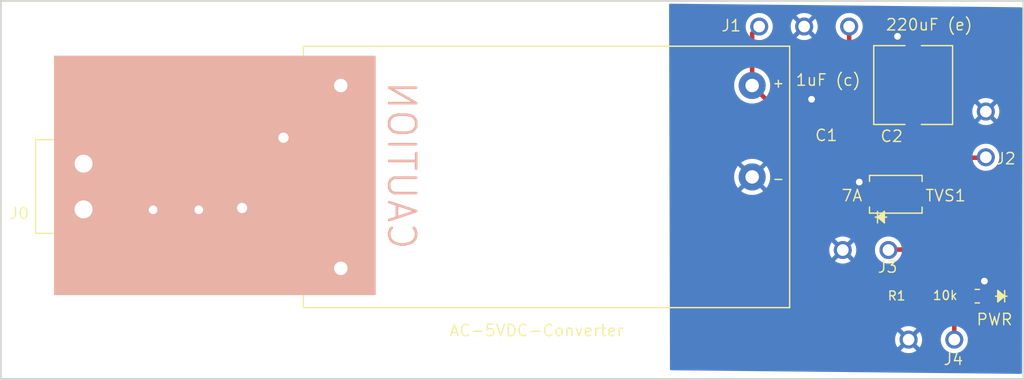
<source format=kicad_pcb>
(kicad_pcb (version 20240108) (generator "pcbnew") (generator_version "8.0")
  (layers (0 "F.Cu" signal) (31 "B.Cu" signal) (34 "B.Paste" user) (35 "F.Paste" user) (36 "B.SilkS" user "B.Silkscreen") (37 "F.SilkS" user "F.Silkscreen") (38 "B.Mask" user) (39 "F.Mask" user) (44 "Edge.Cuts" user))
  (net 0 "")
  (net 1 "/VCC")
  (net 2 "/LIVE")
  (net 3 "/GND")
  (net 4 "/Neutral")
  (net 5 "Net-(J4-Pin_1)")
  (net 6 "Net-(u1-AC_L)")
  (footprint "pPSI:220uF electrolytic capacitor" (layer "F.Cu") (at 100.8888 20.1168 90)
    (property "Reference" "C2" (at -5.6896 -2.3876 180) (layer "F.SilkS") (effects (font (size 1.27 1.27))))
    (property "Value" "220uF (e)" (at 6.7056 1.778 180) (layer "F.SilkS") (effects (font (size 1.27 1.27))))
    (fp_line (start 4.3815 -4.3815) (end -4.3815 -4.3815) (stroke (width 0.1524)) (layer "F.SilkS"))
    (fp_line (start -4.3815 -4.3815) (end -4.3815 -0.91374) (stroke (width 0.1524)) (layer "F.SilkS"))
    (fp_line (start 4.3815 -0.91374) (end 4.3815 -4.3815) (stroke (width 0.1524)) (layer "F.SilkS"))
    (fp_line (start -4.3815 0.91374) (end -4.3815 4.3815) (stroke (width 0.1524)) (layer "F.SilkS"))
    (fp_line (start 4.3815 4.3815) (end 4.3815 0.91374) (stroke (width 0.1524)) (layer "F.SilkS"))
    (fp_line (start -4.3815 4.3815) (end 4.3815 4.3815) (stroke (width 0.1524)) (layer "F.SilkS"))
    (pad "1" smd rect (at -3.448 0 90) (size 4 2) (layers "F.Cu" "F.Paste" "F.Mask") (net 1 "/VCC"))
    (pad "2" smd rect (at 3.448 0 90) (size 4 2) (layers "F.Cu" "F.Paste" "F.Mask") (net 3 "/GND"))
  )
  (footprint "pPSI:2 pin header" (layer "F.Cu") (at 98.1456 38.4556 180)
    (property "Reference" "J3" (at 0.1016 -1.8796 0) (layer "F.SilkS") (effects (font (size 1.27 1.27))))
    (property "Value" "Conn_01x02" (hide yes))
    (pad "1" thru_hole circle (at 0 0 180) (size 2 2) (drill 1.3) (layers "*.Cu" "*.Mask") (net 1 "/VCC"))
    (pad "2" thru_hole circle (at 5.08 0 180) (size 2 2) (drill 1.3) (layers "*.Cu" "*.Mask") (net 3 "/GND"))
  )
  (footprint "pPSI:2 pin header" (layer "F.Cu") (at 108.966 28.1432 90)
    (property "Reference" "J2" (at -0.1524 2.2352 0) (layer "F.SilkS") (effects (font (size 1.27 1.27))))
    (property "Value" "Conn_01x02" (hide yes))
    (pad "1" thru_hole circle (at 0 0 90) (size 2 2) (drill 1.3) (layers "*.Cu" "*.Mask") (net 1 "/VCC"))
    (pad "2" thru_hole circle (at 5.08 0 90) (size 2 2) (drill 1.3) (layers "*.Cu" "*.Mask") (net 3 "/GND"))
  )
  (footprint "pPSI:green LED" (layer "F.Cu") (at 108.0234 43.5836 180)
    (property "Reference" "LED1" (hide yes))
    (property "Value" "PWR" (at -1.9078 -2.5936 0) (layer "F.SilkS") (effects (font (size 1.27 1.27))))
    (fp_line (start 0.23855 -0.7493) (end -0.23855 -0.7493) (stroke (width 0.1524)) (layer "F.SilkS"))
    (fp_line (start -0.23855 0.7493) (end 0.23855 0.7493) (stroke (width 0.1524)) (layer "F.SilkS"))
    (fp_line (start -2.0193 0) (end -3.2893 0) (stroke (width 0.1524)) (layer "F.SilkS"))
    (fp_line (start -2.2733 -0.635) (end -2.2733 0.635) (stroke (width 0.1524)) (layer "F.SilkS"))
    (fp_line (start -3.0353 0) (end -2.2733 0.635) (stroke (width 0.1524)) (layer "F.SilkS"))
    (fp_line (start -3.0353 0) (end -2.2733 0.508) (stroke (width 0.1524)) (layer "F.SilkS"))
    (fp_line (start -3.0353 0) (end -2.2733 0.381) (stroke (width 0.1524)) (layer "F.SilkS"))
    (fp_line (start -3.0353 0) (end -2.2733 0.254) (stroke (width 0.1524)) (layer "F.SilkS"))
    (fp_line (start -3.0353 0) (end -2.2733 0.127) (stroke (width 0.1524)) (layer "F.SilkS"))
    (fp_line (start -3.0353 0) (end -2.2733 -0.127) (stroke (width 0.1524)) (layer "F.SilkS"))
    (fp_line (start -3.0353 0) (end -2.2733 -0.254) (stroke (width 0.1524)) (layer "F.SilkS"))
    (fp_line (start -3.0353 0) (end -2.2733 -0.381) (stroke (width 0.1524)) (layer "F.SilkS"))
    (fp_line (start -3.0353 0) (end -2.2733 -0.508) (stroke (width 0.1524)) (layer "F.SilkS"))
    (fp_line (start -3.0353 0) (end -2.2733 -0.635) (stroke (width 0.1524)) (layer "F.SilkS"))
    (fp_line (start -3.0353 -0.635) (end -3.0353 0.635) (stroke (width 0.1524)) (layer "F.SilkS"))
    (pad "1" smd rect (at -0.7747 0 180) (size 1 1.2446) (layers "F.Cu" "F.Paste" "F.Mask") (net 3 "/GND"))
    (pad "2" smd rect (at 0.7747 0 180) (size 1 1.2446) (layers "F.Cu" "F.Paste" "F.Mask") (net 5 "Net-(J4-Pin_1)"))
  )
  (footprint "pPSI:FUSE" (layer "F.Cu") (at 21.4884 33.9852 180)
    (property "Reference" "F1" (at 2.3368 5.7404 0) (layer "F.SilkS") (effects (font (size 1.27 1.27) (thickness 0.1))))
    (property "Value" "FUSE" (hide yes))
    (fp_line (start -2.5781 -0.635) (end -2.5781 0.635) (stroke (width 0.1524)) (layer "F.SilkS"))
    (fp_line (start -3.2131 0) (end -1.9431 0) (stroke (width 0.1524)) (layer "F.SilkS"))
    (fp_circle (center 2.54 0) (end 6.8961 0) (stroke (width 0.1524)) (fill none) (layer "F.SilkS"))
    (pad "1" thru_hole circle (at 0 0 180) (size 2 2) (drill 0.9652) (layers "*.Cu" "*.Mask") (net 6 "Net-(u1-AC_L)"))
    (pad "2" thru_hole circle (at 5.08 0 180) (size 2 2) (drill 0.9652) (layers "*.Cu" "*.Mask") (net 2 "/LIVE"))
  )
  (footprint "pPSI:2-pin-terminal-block" (layer "F.Cu") (at 8.6798 33.9344 90)
    (property "Reference" "J0" (at -0.4572 -7.1558 0) (layer "F.SilkS") (effects (font (size 1.27 1.27))))
    (property "Value" "~" (hide yes))
    (fp_line (start 7.747 -5.327) (end -2.667 -5.327) (stroke (width 0.1524)) (layer "F.SilkS"))
    (fp_line (start -2.667 -5.327) (end -2.667 4.9346) (stroke (width 0.1524)) (layer "F.SilkS"))
    (fp_line (start 7.747 4.9346) (end 7.747 -5.327) (stroke (width 0.1524)) (layer "F.SilkS"))
    (fp_line (start -2.667 4.9346) (end 7.747 4.9346) (stroke (width 0.1524)) (layer "F.SilkS"))
    (pad "1" thru_hole circle (at 0 0 90) (size 4 4) (drill 2) (layers "*.Cu" "*.Mask") (net 2 "/LIVE"))
    (pad "2" thru_hole circle (at 5.08 0 90) (size 4 4) (drill 2) (layers "*.Cu" "*.Mask") (net 4 "/Neutral"))
  )
  (footprint "pPSI:ac-dc converter" (layer "F.Cu") (at 37.2745 20.1676)
    (property "Reference" "u1" (hide yes))
    (property "Value" "AC-5VDC-Converter" (at 21.7551 27.2288 180) (layer "F.SilkS") (effects (font (size 1.27 1.27))))
    (fp_line (start -4.1656 -4.3688) (end -4.1656 24.6888) (stroke (width 0.1524)) (layer "F.SilkS"))
    (fp_line (start -4.1656 24.6888) (end 49.8856 24.6888) (stroke (width 0.1524)) (layer "F.SilkS"))
    (fp_line (start 49.8856 -4.3688) (end -4.1656 -4.3688) (stroke (width 0.1524)) (layer "F.SilkS"))
    (fp_line (start 49.8856 24.6888) (end 49.8856 -4.3688) (stroke (width 0.1524)) (layer "F.SilkS"))
    (pad "1" thru_hole circle (at 0 0) (size 3 3) (drill 1.4986) (layers "*.Cu" "*.Mask") (net 4 "/Neutral"))
    (pad "2" thru_hole circle (at 0 20.32) (size 3 3) (drill 1.4986) (layers "*.Cu" "*.Mask") (net 6 "Net-(u1-AC_L)"))
    (pad "3" thru_hole circle (at 45.72 10.16) (size 3 3) (drill 1.4986) (layers "*.Cu" "*.Mask") (net 3 "/GND"))
    (pad "4" thru_hole circle (at 45.72 0) (size 3 3) (drill 1.4986) (layers "*.Cu" "*.Mask") (net 1 "/VCC"))
  )
  (footprint "pPSI:1uF ceramic capacitor" (layer "F.Cu") (at 91.2368 22.7175 -90)
    (property "Reference" "C1" (at 2.9873 0 0) (layer "F.SilkS") (effects (font (size 1.27 1.27))))
    (property "Value" "1uF (c)" (at -3.1595 -0.2032 0) (layer "F.SilkS") (effects (font (size 1.27 1.27))))
    (pad "1" smd rect (at -1.016 0 270) (size 1.3462 1.3462) (layers "F.Cu" "F.Paste" "F.Mask") (net 3 "/GND"))
    (pad "2" smd rect (at 1.016 0 270) (size 1.3462 1.3462) (layers "F.Cu" "F.Paste" "F.Mask") (net 1 "/VCC"))
  )
  (footprint "pPSI:470V Varistor" (layer "F.Cu") (at 28.6004 29.718 -90)
    (property "Reference" "MOV1" (at -8.0264 -0.1016 180) (layer "F.SilkS") (effects (font (size 1.27 1.27))))
    (property "Value" "470V-Varistor" (hide yes))
    (fp_line (start -3.5433 2.8321) (end 2.721219 2.8321) (stroke (width 0.1524)) (layer "F.SilkS"))
    (fp_line (start -2.59176 -2.8321) (end 3.5433 -2.8321) (stroke (width 0.1524)) (layer "F.SilkS"))
    (fp_arc (start -3.5433 2.8321) (mid -6.286344 0.704628) (end -4.908242 -2.481476) (stroke (width 0.1524)) (layer "F.SilkS"))
    (fp_arc (start 2.286 2.54) (mid 1.576596 2.040706) (end 1.051452 1.350219) (stroke (width 0.1524)) (layer "F.SilkS"))
    (fp_arc (start 0.7112 0) (mid 1.540703 -2.002597) (end 3.5433 -2.8321) (stroke (width 0.1524)) (layer "F.SilkS"))
    (pad "1" thru_hole circle (at -3.75 -2.300001 270) (size 2.5 2.5) (drill 1.143) (layers "*.Cu" "*.Mask") (net 4 "/Neutral"))
    (pad "2" thru_hole circle (at 4.064 2.300001 270) (size 2.5 2.5) (drill 1.143) (layers "*.Cu" "*.Mask") (net 6 "Net-(u1-AC_L)"))
  )
  (footprint "pPSI:2 pin header" (layer "F.Cu") (at 105.4608 48.4124 180)
    (property "Reference" "J4" (at 0.1016 -2.1844 0) (layer "F.SilkS") (effects (font (size 1.27 1.27))))
    (property "Value" "Conn_01x02" (hide yes))
    (pad "1" thru_hole circle (at 0 0 180) (size 2 2) (drill 1.3) (layers "*.Cu" "*.Mask") (net 5 "Net-(J4-Pin_1)"))
    (pad "2" thru_hole circle (at 5.08 0 180) (size 2 2) (drill 1.3) (layers "*.Cu" "*.Mask") (net 3 "/GND"))
  )
  (footprint "pPSI:10kohm resistor" (layer "F.Cu") (at 101.6099 43.5836 180)
    (property "Reference" "R1" (at 2.5599 0.0336 180) (layer "F.SilkS"))
    (property "Value" "10k" (at -2.8401 0.0836 0) (layer "F.SilkS"))
    (pad "1" smd rect (at -0.7141 0 180) (size 1 2.1082) (layers "F.Cu" "F.Paste" "F.Mask") (net 5 "Net-(J4-Pin_1)"))
    (pad "2" smd rect (at 0.7289 0 180) (size 1 2.1082) (layers "F.Cu" "F.Paste" "F.Mask") (net 1 "/VCC"))
  )
  (footprint "pPSI:3 pin header" (layer "F.Cu") (at 93.7768 13.6144 180)
    (property "Reference" "J1" (at 13.1064 0.1016 0) (layer "F.SilkS") (effects (font (size 1.27 1.27))))
    (property "Value" "Conn_01x03" (hide yes))
    (pad "1" thru_hole circle (at 0 0 180) (size 2 2) (drill 1.2954) (layers "*.Cu" "*.Mask") (net 1 "/VCC"))
    (pad "2" thru_hole circle (at 5 0 180) (size 2 2) (drill 1.2954) (layers "*.Cu" "*.Mask") (net 3 "/GND"))
    (pad "3" thru_hole circle (at 10 0 180) (size 2 2) (drill 1.2954) (layers "*.Cu" "*.Mask") (net 1 "/VCC"))
  )
  (footprint "pPSI:7A TVS diode" (layer "F.Cu") (at 98.9584 32.258 180)
    (property "Reference" "TVS1" (at -5.5372 -0.1524 0) (layer "F.SilkS") (effects (font (size 1.27 1.27))))
    (property "Value" "7A" (at 4.8768 -0.1524 0) (layer "F.SilkS") (effects (font (size 1.27 1.27))))
    (fp_line (start 2.921 2.0955) (end 2.921 1.42494) (stroke (width 0.1524)) (layer "F.SilkS"))
    (fp_line (start 2.921 -1.42494) (end 2.921 -2.0955) (stroke (width 0.1524)) (layer "F.SilkS"))
    (fp_line (start 2.921 -2.0955) (end -2.921 -2.0955) (stroke (width 0.1524)) (layer "F.SilkS"))
    (fp_line (start 2.032 -1.905) (end 2.032 -3.175) (stroke (width 0.1524)) (layer "F.SilkS"))
    (fp_line (start 2.032 -2.54) (end 1.27 -1.905) (stroke (width 0.1524)) (layer "F.SilkS"))
    (fp_line (start 2.032 -2.54) (end 1.27 -2.032) (stroke (width 0.1524)) (layer "F.SilkS"))
    (fp_line (start 2.032 -2.54) (end 1.27 -2.159) (stroke (width 0.1524)) (layer "F.SilkS"))
    (fp_line (start 2.032 -2.54) (end 1.27 -2.286) (stroke (width 0.1524)) (layer "F.SilkS"))
    (fp_line (start 2.032 -2.54) (end 1.27 -2.413) (stroke (width 0.1524)) (layer "F.SilkS"))
    (fp_line (start 2.032 -2.54) (end 1.27 -2.667) (stroke (width 0.1524)) (layer "F.SilkS"))
    (fp_line (start 2.032 -2.54) (end 1.27 -2.794) (stroke (width 0.1524)) (layer "F.SilkS"))
    (fp_line (start 2.032 -2.54) (end 1.27 -2.921) (stroke (width 0.1524)) (layer "F.SilkS"))
    (fp_line (start 2.032 -2.54) (end 1.27 -3.048) (stroke (width 0.1524)) (layer "F.SilkS"))
    (fp_line (start 2.032 -2.54) (end 1.27 -3.175) (stroke (width 0.1524)) (layer "F.SilkS"))
    (fp_line (start 1.27 -1.905) (end 1.27 -3.175) (stroke (width 0.1524)) (layer "F.SilkS"))
    (fp_line (start 1.016 -2.54) (end 2.286 -2.54) (stroke (width 0.1524)) (layer "F.SilkS"))
    (fp_line (start -2.921 2.0955) (end 2.921 2.0955) (stroke (width 0.1524)) (layer "F.SilkS"))
    (fp_line (start -2.921 1.42494) (end -2.921 2.0955) (stroke (width 0.1524)) (layer "F.SilkS"))
    (fp_line (start -2.921 -2.0955) (end -2.921 -1.42494) (stroke (width 0.1524)) (layer "F.SilkS"))
    (pad "1" smd rect (at -2.067 0 270) (size 2.5 2.5) (layers "F.Cu" "F.Paste" "F.Mask") (net 1 "/VCC"))
    (pad "2" smd rect (at 1.9634 0 270) (size 2.5 2.5) (layers "F.Cu" "F.Paste" "F.Mask") (net 3 "/GND"))
  )
  (gr_rect (start 5.4956 16.953199) (end 41.0556 43.369199) (stroke (width 0.2)) (fill solid) (layer "B.SilkS"))
  (gr_rect (start -0.508 10.7636) (end 113.1316 52.7812) (stroke (width 0.2)) (fill none) (layer "Edge.Cuts"))
  (gr_text "CAUTION" (at 42.2656 38.608 270) (layer "B.SilkS") (effects (font (size 3 3) (thickness 0.3) (bold yes)) (justify left bottom mirror)))
  (gr_text "-\n" (at 85.19 31.12 0) (layer "F.SilkS") (effects (font (size 1 1)) (justify left bottom)))
  (gr_text "L" (at 31.24 40.21 0) (layer "F.SilkS") (effects (font (size 1 1)) (justify left bottom)))
  (gr_text "+" (at 85.19 20.48 0) (layer "F.SilkS") (effects (font (size 1 1)) (justify left bottom)))
  (gr_text "N" (at 31.24 19.15 0) (layer "F.SilkS") (effects (font (size 1 1)) (justify left bottom)))
  (segment (start 109.1184 28.194) (end 105.6132 28.194) (width 0.5) (layer "F.Cu") (net 1))
  (segment (start 100.7872 43.3832) (end 100.9876 43.5836) (width 0.5) (layer "F.Cu") (net 1))
  (segment (start 82.9945 14.3967) (end 83.7768 13.6144) (width 0.5) (layer "F.Cu") (net 1))
  (segment (start 100.7872 37.64) (end 100.7872 43.3832) (width 0.5) (layer "F.Cu") (net 1))
  (segment (start 100.7316 23.622) (end 100.8888 23.4648) (width 0.5) (layer "F.Cu") (net 1))
  (segment (start 98.1456 38.4048) (end 100.0224 38.4048) (width 0.5) (layer "F.Cu") (net 1))
  (segment (start 101.7524 28.1432) (end 100.8888 29.0068) (width 0.5) (layer "F.Cu") (net 1))
  (segment (start 95.0468 23.591) (end 100.7626 23.591) (width 0.5) (layer "F.Cu") (net 1))
  (segment (start 105.6132 28.194) (end 105.5624 28.1432) (width 0.5) (layer "F.Cu") (net 1))
  (segment (start 91.2368 23.591) (end 93.9292 23.591) (width 0.5) (layer "F.Cu") (net 1))
  (segment (start 100.8154 37.6118) (end 100.7872 37.64) (width 0.5) (layer "F.Cu") (net 1))
  (segment (start 86.4179 23.591) (end 82.9945 20.1676) (width 0.5) (layer "F.Cu") (net 1))
  (segment (start 93.7768 13.6144) (end 93.7768 16.3576) (width 0.5) (layer "F.Cu") (net 1))
  (segment (start 93.8276 16.4084) (end 93.8276 22.3718) (width 0.5) (layer "F.Cu") (net 1))
  (segment (start 100.8888 32.1846) (end 100.8154 32.258) (width 0.5) (layer "F.Cu") (net 1))
  (segment (start 100.8888 29.0068) (end 100.8888 32.1846) (width 0.5) (layer "F.Cu") (net 1))
  (segment (start 82.9945 20.1676) (end 82.9945 14.3967) (width 0.5) (layer "F.Cu") (net 1))
  (segment (start 91.2368 23.591) (end 86.4179 23.591) (width 0.5) (layer "F.Cu") (net 1))
  (segment (start 100.8888 23.4648) (end 100.8888 29.0068) (width 0.5) (layer "F.Cu") (net 1))
  (segment (start 100.0224 38.4048) (end 100.7872 37.64) (width 0.5) (layer "F.Cu") (net 1))
  (segment (start 100.8154 32.258) (end 100.8154 37.6118) (width 0.5) (layer "F.Cu") (net 1))
  (segment (start 93.9292 23.591) (end 95.0468 23.591) (width 0.5) (layer "F.Cu") (net 1))
  (segment (start 105.5624 28.1432) (end 101.7524 28.1432) (width 0.5) (layer "F.Cu") (net 1))
  (segment (start 93.7768 16.3576) (end 93.8276 16.4084) (width 0.5) (layer "F.Cu") (net 1))
  (segment (start 100.7626 23.591) (end 100.8888 23.4648) (width 0.5) (layer "F.Cu") (net 1))
  (segment (start 93.8276 22.3718) (end 95.0468 23.591) (width 0.5) (layer "F.Cu") (net 1))
  (segment (start 8.7306 33.9852) (end 8.6798 33.9344) (width 2.5) (layer "F.Cu") (net 2))
  (segment (start 16.4084 33.9852) (end 8.7306 33.9852) (width 2.5) (layer "F.Cu") (net 2))
  (segment (start 108.7981 43.5836) (end 108.7981 41.9219) (width 0.5) (layer "F.Cu") (net 3))
  (segment (start 108.7981 41.9219) (end 108.81 41.91) (width 0.25) (layer "F.Cu") (net 3))
  (segment (start 91.2368 21.844) (end 89.744 21.844) (width 0.5) (layer "F.Cu") (net 3))
  (segment (start 97.1014 32.258) (end 96.258 32.258) (width 0.25) (layer "F.Cu") (net 3))
  (segment (start 96.258 32.258) (end 94.9 30.9) (width 0.5) (layer "F.Cu") (net 3))
  (segment (start 89.744 21.844) (end 89.6 21.7) (width 0.25) (layer "F.Cu") (net 3))
  (segment (start 100.8888 16.7688) (end 100.8888 16.4388) (width 0.25) (layer "F.Cu") (net 3))
  (segment (start 108.7981 43.5836) (end 108.7981 43.6481) (width 0.25) (layer "F.Cu") (net 3))
  (segment (start 100.8888 16.4388) (end 99.15 14.7) (width 0.5) (layer "F.Cu") (net 3))
  (via blind (at 99.15 14.7) (size 1) (drill 0.75) (layers "F.Cu" "B.Cu") (net 3))
  (via blind (at 94.9 30.9) (size 1) (drill 0.75) (layers "F.Cu" "B.Cu") (net 3))
  (via blind (at 89.6 21.7) (size 1) (drill 0.75) (layers "F.Cu" "B.Cu") (net 3))
  (via blind (at 108.81 41.91) (size 1) (drill 0.75) (layers "F.Cu" "B.Cu") (net 3))
  (segment (start 11.5662 25.968) (end 8.6798 28.8544) (width 2.5) (layer "F.Cu") (net 4))
  (segment (start 30.900401 25.968) (end 11.5662 25.968) (width 2.5) (layer "F.Cu") (net 4))
  (segment (start 31.4741 25.968) (end 30.900401 25.968) (width 2.5) (layer "F.Cu") (net 4))
  (segment (start 37.2745 20.1676) (end 31.4741 25.968) (width 2.5) (layer "F.Cu") (net 4))
  (segment (start 102.2322 43.5836) (end 103.9894 43.5836) (width 0.5) (layer "F.Cu") (net 5))
  (segment (start 104.14 43.5836) (end 107.2487 43.5836) (width 0.5) (layer "F.Cu") (net 5))
  (segment (start 105.4608 48.4124) (end 105.4608 44.9044) (width 0.5) (layer "F.Cu") (net 5))
  (segment (start 103.9894 43.5836) (end 104.14 43.5836) (width 0.5) (layer "F.Cu") (net 5))
  (segment (start 105.4608 44.9044) (end 104.14 43.5836) (width 0.5) (layer "F.Cu") (net 5))
  (segment (start 33.319999 40.4876) (end 26.300399 33.468) (width 2.5) (layer "F.Cu") (net 6))
  (segment (start 22.0056 33.468) (end 21.4884 33.9852) (width 2.5) (layer "F.Cu") (net 6))
  (segment (start 26.300399 33.468) (end 22.0056 33.468) (width 2.5) (layer "F.Cu") (net 6))
  (segment (start 37.2745 40.4876) (end 33.319999 40.4876) (width 2.5) (layer "F.Cu") (net 6))
  (zone (net 3) (net_name "/GND") (layer "B.Cu") (connect_pads (clearance 0.5)) (min_thickness 0.25) (fill yes (thermal_gap 0.5) (thermal_bridge_width 0.5))
    (polygon (pts (xy 73.7576 11.0708) (xy 113.0292 11.4764) (xy 112.9792 52.2224) (xy 73.86 51.8168)))
  )
)
</source>
